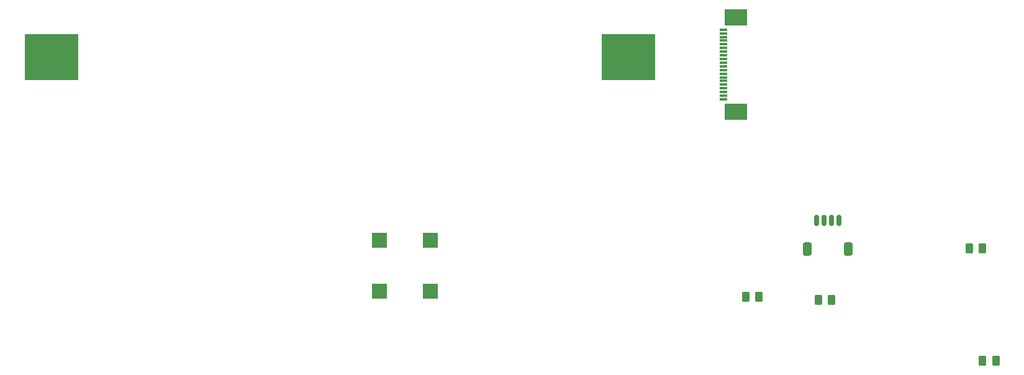
<source format=gbr>
%TF.GenerationSoftware,KiCad,Pcbnew,(7.99.0-200-gad838e3d73)*%
%TF.CreationDate,2024-03-11T18:14:04+07:00*%
%TF.ProjectId,WMS,574d532e-6b69-4636-9164-5f7063625858,rev?*%
%TF.SameCoordinates,Original*%
%TF.FileFunction,Paste,Top*%
%TF.FilePolarity,Positive*%
%FSLAX46Y46*%
G04 Gerber Fmt 4.6, Leading zero omitted, Abs format (unit mm)*
G04 Created by KiCad (PCBNEW (7.99.0-200-gad838e3d73)) date 2024-03-11 18:14:04*
%MOMM*%
%LPD*%
G01*
G04 APERTURE LIST*
G04 Aperture macros list*
%AMRoundRect*
0 Rectangle with rounded corners*
0 $1 Rounding radius*
0 $2 $3 $4 $5 $6 $7 $8 $9 X,Y pos of 4 corners*
0 Add a 4 corners polygon primitive as box body*
4,1,4,$2,$3,$4,$5,$6,$7,$8,$9,$2,$3,0*
0 Add four circle primitives for the rounded corners*
1,1,$1+$1,$2,$3*
1,1,$1+$1,$4,$5*
1,1,$1+$1,$6,$7*
1,1,$1+$1,$8,$9*
0 Add four rect primitives between the rounded corners*
20,1,$1+$1,$2,$3,$4,$5,0*
20,1,$1+$1,$4,$5,$6,$7,0*
20,1,$1+$1,$6,$7,$8,$9,0*
20,1,$1+$1,$8,$9,$2,$3,0*%
G04 Aperture macros list end*
%ADD10R,7.340000X6.350000*%
%ADD11RoundRect,0.250000X-0.262500X-0.450000X0.262500X-0.450000X0.262500X0.450000X-0.262500X0.450000X0*%
%ADD12R,2.000000X2.000000*%
%ADD13RoundRect,0.250000X0.262500X0.450000X-0.262500X0.450000X-0.262500X-0.450000X0.262500X-0.450000X0*%
%ADD14R,1.100000X0.300000*%
%ADD15R,3.100000X2.300000*%
%ADD16RoundRect,0.150000X-0.150000X-0.625000X0.150000X-0.625000X0.150000X0.625000X-0.150000X0.625000X0*%
%ADD17RoundRect,0.250000X-0.350000X-0.650000X0.350000X-0.650000X0.350000X0.650000X-0.350000X0.650000X0*%
G04 APERTURE END LIST*
D10*
%TO.C,BT1*%
X72429999Y-64769999D03*
X151089999Y-64769999D03*
%TD*%
D11*
%TO.C,R1*%
X176991000Y-97891600D03*
X178816000Y-97891600D03*
%TD*%
D12*
%TO.C,BZ1*%
X117149999Y-89743399D03*
X117149999Y-96743399D03*
X124149999Y-96743399D03*
X124149999Y-89743399D03*
%TD*%
D13*
%TO.C,R3*%
X199419200Y-106222800D03*
X201244200Y-106222800D03*
%TD*%
D11*
%TO.C,R2*%
X167085000Y-97485200D03*
X168910000Y-97485200D03*
%TD*%
D14*
%TO.C,U1*%
X164058599Y-61046599D03*
X164058599Y-61546599D03*
X164058599Y-62046599D03*
X164058599Y-62546599D03*
X164058599Y-63046599D03*
X164058599Y-63546599D03*
X164058599Y-64046599D03*
X164058599Y-64546599D03*
X164058599Y-65046599D03*
X164058599Y-65546599D03*
X164058599Y-66046599D03*
X164058599Y-66546599D03*
X164058599Y-67046599D03*
X164058599Y-67546599D03*
X164058599Y-68046599D03*
X164058599Y-68546599D03*
X164058599Y-69046599D03*
X164058599Y-69546599D03*
X164058599Y-70046599D03*
X164058599Y-70546599D03*
D15*
X165758599Y-72216599D03*
X165758599Y-59376599D03*
%TD*%
D16*
%TO.C,U4*%
X176808000Y-87052400D03*
X177808000Y-87052400D03*
X178808000Y-87052400D03*
X179808000Y-87052400D03*
D17*
X175508000Y-90927400D03*
X181108000Y-90927400D03*
%TD*%
D11*
%TO.C,R4*%
X197561200Y-90906600D03*
X199386200Y-90906600D03*
%TD*%
M02*

</source>
